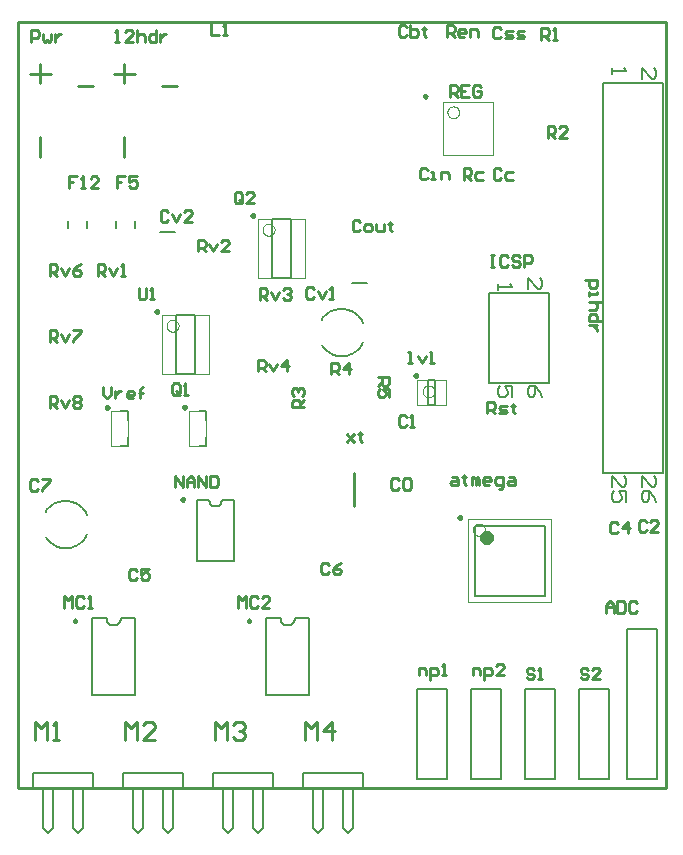
<source format=gto>
%FSTAX23Y23*%
%MOIN*%
%SFA1B1*%

%IPPOS*%
%ADD26C,0.007870*%
%ADD34C,0.010000*%
%ADD37C,0.003940*%
%ADD46C,0.009840*%
%ADD47C,0.023620*%
%ADD48C,0.008000*%
%LNrazbot_v02-1*%
%LPD*%
G54D26*
X00231Y00912D02*
D01*
X00229Y00917*
X00226Y00922*
X00223Y00926*
X00219Y00931*
X00216Y00935*
X00212Y00939*
X00207Y00942*
X00203Y00945*
X00198Y00948*
X00193Y00951*
X00188Y00953*
X00183Y00955*
X00178Y00956*
X00172Y00957*
X00167Y00958*
X00161Y00958*
X00156Y00958*
X0015Y00958*
X00145Y00957*
X0014Y00956*
X00134Y00954*
X00129Y00952*
X00124Y0095*
X00119Y00947*
X00115Y00944*
X0011Y00941*
X00106Y00937*
X00102Y00934*
X00099Y0093*
X00095Y00925*
X00093Y00922*
Y00837D02*
D01*
X00096Y00833*
X001Y00828*
X00103Y00824*
X00107Y00821*
X00112Y00817*
X00116Y00814*
X00121Y00811*
X00126Y00808*
X00131Y00806*
X00136Y00804*
X00141Y00803*
X00147Y00802*
X00152Y00801*
X00157Y00801*
X00163Y00801*
X00168Y00801*
X00174Y00802*
X00179Y00803*
X00184Y00805*
X0019Y00807*
X00195Y00809*
X00199Y00812*
X00204Y00815*
X00209Y00818*
X00213Y00821*
X00217Y00825*
X0022Y00829*
X00224Y00834*
X00227Y00838*
X00229Y00843*
X00231Y00847*
X00296Y00567D02*
D01*
X00296Y00566*
X00296Y00564*
X00296Y00563*
X00297Y00561*
X00297Y00559*
X00298Y00558*
X00299Y00556*
X00299Y00555*
X003Y00554*
X00301Y00552*
X00303Y00551*
X00304Y0055*
X00305Y00549*
X00306Y00548*
X00308Y00547*
X00309Y00546*
X00311Y00546*
X00312Y00545*
X00314Y00545*
X00315Y00544*
X00317Y00544*
X00319Y00544*
X0032*
X00322Y00544*
X00324Y00544*
X00325Y00545*
X00327Y00545*
X00328Y00546*
X0033Y00546*
X00331Y00547*
X00333Y00548*
X00334Y00549*
X00335Y0055*
X00336Y00551*
X00338Y00552*
X00339Y00554*
X0034Y00555*
X0034Y00556*
X00341Y00558*
X00342Y00559*
X00342Y00561*
X00343Y00563*
X00343Y00564*
X00343Y00566*
X00343Y00567*
X00639Y0096D02*
D01*
X00639Y00958*
X00639Y00957*
X0064Y00956*
X0064Y00954*
X0064Y00953*
X00641Y00952*
X00642Y0095*
X00642Y00949*
X00643Y00948*
X00644Y00947*
X00645Y00946*
X00646Y00945*
X00647Y00944*
X00648Y00943*
X00649Y00942*
X00651Y00942*
X00652Y00941*
X00653Y00941*
X00655Y0094*
X00656Y0094*
X00657Y0094*
X00659Y0094*
X0066*
X00662Y0094*
X00663Y0094*
X00664Y0094*
X00666Y00941*
X00667Y00941*
X00668Y00942*
X0067Y00942*
X00671Y00943*
X00672Y00944*
X00673Y00945*
X00674Y00946*
X00675Y00947*
X00676Y00948*
X00677Y00949*
X00677Y0095*
X00678Y00952*
X00679Y00953*
X00679Y00954*
X00679Y00956*
X0068Y00957*
X0068Y00958*
X0068Y0096*
X00876Y00567D02*
D01*
X00876Y00566*
X00876Y00564*
X00876Y00563*
X00877Y00561*
X00877Y00559*
X00878Y00558*
X00879Y00556*
X00879Y00555*
X0088Y00554*
X00881Y00552*
X00883Y00551*
X00884Y0055*
X00885Y00549*
X00886Y00548*
X00888Y00547*
X00889Y00546*
X00891Y00546*
X00892Y00545*
X00894Y00545*
X00895Y00544*
X00897Y00544*
X00899Y00544*
X009*
X00902Y00544*
X00904Y00544*
X00905Y00545*
X00907Y00545*
X00908Y00546*
X0091Y00546*
X00911Y00547*
X00913Y00548*
X00914Y00549*
X00915Y0055*
X00916Y00551*
X00918Y00552*
X00919Y00554*
X0092Y00555*
X0092Y00556*
X00921Y00558*
X00922Y00559*
X00922Y00561*
X00923Y00563*
X00923Y00564*
X00923Y00566*
X00923Y00567*
X01013Y01477D02*
D01*
X01016Y01473*
X0102Y01468*
X01023Y01464*
X01027Y01461*
X01032Y01457*
X01036Y01454*
X01041Y01451*
X01046Y01448*
X01051Y01446*
X01056Y01444*
X01061Y01443*
X01067Y01442*
X01072Y01441*
X01077Y01441*
X01083Y01441*
X01088Y01441*
X01094Y01442*
X01099Y01443*
X01104Y01445*
X0111Y01447*
X01115Y01449*
X01119Y01452*
X01124Y01455*
X01129Y01458*
X01133Y01461*
X01137Y01465*
X0114Y01469*
X01144Y01474*
X01147Y01478*
X01149Y01483*
X01151Y01487*
Y01552D02*
D01*
X01149Y01557*
X01146Y01562*
X01143Y01566*
X01139Y01571*
X01136Y01575*
X01132Y01579*
X01127Y01582*
X01123Y01585*
X01118Y01588*
X01113Y01591*
X01108Y01593*
X01103Y01595*
X01098Y01596*
X01092Y01597*
X01087Y01598*
X01081Y01598*
X01076Y01598*
X0107Y01598*
X01065Y01597*
X0106Y01596*
X01054Y01594*
X01049Y01592*
X01044Y0159*
X01039Y01587*
X01035Y01584*
X0103Y01581*
X01026Y01577*
X01022Y01574*
X01019Y0157*
X01015Y01565*
X01013Y01562*
X00367Y0114D02*
Y01172D01*
X0034Y0114D02*
X00367D01*
Y01227D02*
Y01259D01*
X0034D02*
X00367D01*
X0203Y0053D02*
X0213D01*
Y0003D02*
Y0053D01*
X0203Y0003D02*
Y0053D01*
Y0003D02*
X0213D01*
X00474Y01854D02*
X00525D01*
X00627Y0114D02*
Y01172D01*
X00603Y0114D02*
X00627D01*
Y01227D02*
Y01259D01*
X00603D02*
X00627D01*
X00848Y01701D02*
X00911D01*
X00848Y01898D02*
X00911D01*
Y01701D02*
Y01898D01*
X00848Y01701D02*
Y01898D01*
X00528Y01381D02*
X00591D01*
X00528Y01578D02*
X00591D01*
Y01381D02*
Y01578D01*
X00528Y01381D02*
Y01578D01*
X01368Y01278D02*
X01391D01*
X01368Y01361D02*
X01391D01*
Y01278D02*
Y01361D01*
X01368Y01278D02*
Y01361D01*
X01114Y01685D02*
X01165D01*
X00249Y00567D02*
X00296D01*
X00343D02*
X0039D01*
X00249Y00312D02*
X0039D01*
X00249D02*
Y00567D01*
X0039Y00312D02*
Y00567D01*
X00216Y-00133D02*
Y0D01*
X002Y-0015D02*
X00216Y-00133D01*
X00183D02*
X002Y-0015D01*
X00183Y-00133D02*
Y0D01*
X00116Y-00133D02*
Y0D01*
X001Y-0015D02*
X00116Y-00133D01*
X00083D02*
X001Y-0015D01*
X00083Y-00133D02*
Y0D01*
X0005Y0005D02*
X0025D01*
X0005Y0D02*
Y0005D01*
X0025Y0D02*
Y0005D01*
X0005Y0D02*
X0025D01*
X00516Y-00133D02*
Y0D01*
X005Y-0015D02*
X00516Y-00133D01*
X00483D02*
X005Y-0015D01*
X00483Y-00133D02*
Y0D01*
X00416Y-00133D02*
Y0D01*
X004Y-0015D02*
X00416Y-00133D01*
X00383D02*
X004Y-0015D01*
X00383Y-00133D02*
Y0D01*
X0035Y0005D02*
X0055D01*
X0035Y0D02*
Y0005D01*
X0055Y0D02*
Y0005D01*
X0035Y0D02*
X0055D01*
X00598Y0096D02*
X00639D01*
X0068D02*
X00721D01*
X00598Y00759D02*
X00721D01*
X00598D02*
Y0096D01*
X00721Y00759D02*
Y0096D01*
X00829Y00567D02*
X00876D01*
X00923D02*
X0097D01*
X00829Y00312D02*
X0097D01*
X00829D02*
Y00567D01*
X0097Y00312D02*
Y00567D01*
X00816Y-00133D02*
Y0D01*
X008Y-0015D02*
X00816Y-00133D01*
X00783D02*
X008Y-0015D01*
X00783Y-00133D02*
Y0D01*
X00716Y-00133D02*
Y0D01*
X007Y-0015D02*
X00716Y-00133D01*
X00683D02*
X007Y-0015D01*
X00683Y-00133D02*
Y0D01*
X0065Y0005D02*
X0085D01*
X0065Y0D02*
Y0005D01*
X0085Y0D02*
Y0005D01*
X0065Y0D02*
X0085D01*
X01116Y-00133D02*
Y0D01*
X011Y-0015D02*
X01116Y-00133D01*
X01083D02*
X011Y-0015D01*
X01083Y-00133D02*
Y0D01*
X01016Y-00133D02*
Y0D01*
X01Y-0015D02*
X01016Y-00133D01*
X00983D02*
X01Y-0015D01*
X00983Y-00133D02*
Y0D01*
X0095Y0005D02*
X0115D01*
X0095Y0D02*
Y0005D01*
X0115Y0D02*
Y0005D01*
X0095Y0D02*
X0115D01*
X0157Y0135D02*
X0177D01*
X0157Y0165D02*
X0177D01*
Y0135D02*
Y0165D01*
X0157Y0135D02*
Y0165D01*
Y0135D02*
Y01541D01*
X01523Y00643D02*
Y00876D01*
X01756Y00643D02*
Y00876D01*
X01523D02*
X01756D01*
X01523Y00643D02*
X01756D01*
X0151Y0003D02*
Y0033D01*
Y0003D02*
X0161D01*
Y0033*
X0151D02*
X0161D01*
X0187Y0003D02*
Y0033D01*
Y0003D02*
X0197D01*
Y0033*
X0187D02*
X0197D01*
X0169Y0003D02*
Y0033D01*
Y0003D02*
X0179D01*
Y0033*
X0169D02*
X0179D01*
X0133Y0003D02*
Y0033D01*
Y0003D02*
X0143D01*
Y0033*
X0133D02*
X0143D01*
X00328Y01868D02*
Y01891D01*
X00391Y01868D02*
Y01891D01*
X00231Y01868D02*
Y01891D01*
X00168Y01868D02*
Y01891D01*
X0195Y0105D02*
X0215D01*
X0195Y0235D02*
X0215D01*
Y0105D02*
Y0235D01*
X0195Y0105D02*
Y0235D01*
G54D34*
X0032Y0238D02*
X0039D01*
X0048Y0234D02*
X0053D01*
X00355Y0235D02*
Y02415D01*
Y02105D02*
Y0217D01*
X0004Y0238D02*
X0011D01*
X002Y0234D02*
X0025D01*
X00075Y0235D02*
Y02415D01*
Y02105D02*
Y0217D01*
X0112Y0095D02*
Y0105D01*
Y00942D02*
Y01042D01*
X00502Y01921D02*
X00495Y01928D01*
X00482*
X00476Y01921*
Y01895*
X00482Y01889*
X00495*
X00502Y01895*
X00515Y01915D02*
X00528Y01889D01*
X00541Y01915*
X0058Y01889D02*
X00554D01*
X0058Y01915*
Y01921*
X00574Y01928*
X00561*
X00554Y01921*
X00285Y01339D02*
Y01313D01*
X00298Y013*
X00311Y01313*
Y01339*
X00324Y01326D02*
Y013D01*
Y01313*
X0033Y01319*
X00337Y01326*
X00344*
X00383Y013D02*
X0037D01*
X00363Y01306*
Y01319*
X0037Y01326*
X00383*
X00389Y01319*
Y01313*
X00363*
X00409Y013D02*
Y01332D01*
Y01319*
X00403*
X00416*
X00409*
Y01332*
X00416Y01339*
X00403Y01669D02*
Y01636D01*
X00409Y0163*
X00422*
X00429Y01636*
Y01669*
X00442Y0163D02*
X00455D01*
X00448*
Y01669*
X00442Y01662*
X00106Y01269D02*
Y01308D01*
X00125*
X00132Y01301*
Y01288*
X00125Y01282*
X00106*
X00119D02*
X00132Y01269D01*
X00145Y01295D02*
X00158Y01269D01*
X00171Y01295*
X00184Y01301D02*
X00191Y01308D01*
X00204*
X0021Y01301*
Y01295*
X00204Y01288*
X0021Y01282*
Y01275*
X00204Y01269*
X00191*
X00184Y01275*
Y01282*
X00191Y01288*
X00184Y01295*
Y01301*
X00191Y01288D02*
X00204D01*
X00106Y01489D02*
Y01528D01*
X00125*
X00132Y01521*
Y01508*
X00125Y01502*
X00106*
X00119D02*
X00132Y01489D01*
X00145Y01515D02*
X00158Y01489D01*
X00171Y01515*
X00184Y01528D02*
X0021D01*
Y01521*
X00184Y01495*
Y01489*
X00106Y01709D02*
Y01748D01*
X00125*
X00132Y01741*
Y01728*
X00125Y01722*
X00106*
X00119D02*
X00132Y01709D01*
X00145Y01735D02*
X00158Y01709D01*
X00171Y01735*
X0021Y01748D02*
X00197Y01741D01*
X00184Y01728*
Y01715*
X00191Y01709*
X00204*
X0021Y01715*
Y01722*
X00204Y01728*
X00184*
X00749Y01956D02*
Y01982D01*
X00742Y01989*
X00729*
X00723Y01982*
Y01956*
X00729Y0195*
X00742*
X00736Y01963D02*
X00749Y0195D01*
X00742D02*
X00749Y01956D01*
X00788Y0195D02*
X00762D01*
X00788Y01976*
Y01982*
X00782Y01989*
X00768*
X00762Y01982*
X00045Y02489D02*
Y02528D01*
X00064*
X00071Y02521*
Y02508*
X00064Y02502*
X00045*
X00084Y02515D02*
Y02495D01*
X0009Y02489*
X00097Y02495*
X00104Y02489*
X0011Y02495*
Y02515*
X00123D02*
Y02489D01*
Y02502*
X0013Y02508*
X00136Y02515*
X00143*
X01301Y01417D02*
X01314D01*
X01307*
Y01456*
X01301*
X01333Y01443D02*
X01346Y01417D01*
X0136Y01443*
X01373Y01417D02*
X01386D01*
X01379*
Y01456*
X01373*
X0143Y02505D02*
Y02544D01*
X01449*
X01456Y02537*
Y02524*
X01449Y02518*
X0143*
X01443D02*
X01456Y02505D01*
X01489D02*
X01475D01*
X01469Y02511*
Y02524*
X01475Y02531*
X01489*
X01495Y02524*
Y02518*
X01469*
X01508Y02505D02*
Y02531D01*
X01528*
X01534Y02524*
Y02505*
X0144Y02305D02*
Y02344D01*
X01459*
X01466Y02337*
Y02324*
X01459Y02318*
X0144*
X01453D02*
X01466Y02305D01*
X01505Y02344D02*
X01479D01*
Y02305*
X01505*
X01479Y02324D02*
X01492D01*
X01544Y02337D02*
X01538Y02344D01*
X01525*
X01518Y02337*
Y02311*
X01525Y02305*
X01538*
X01544Y02311*
Y02324*
X01531*
X01486Y02029D02*
Y02068D01*
X01505*
X01512Y02061*
Y02048*
X01505Y02042*
X01486*
X01499D02*
X01512Y02029D01*
X01551Y02055D02*
X01531D01*
X01525Y02048*
Y02035*
X01531Y02029*
X01551*
X01766Y02169D02*
Y02208D01*
X01785*
X01792Y02201*
Y02188*
X01785Y02182*
X01766*
X01779D02*
X01792Y02169D01*
X01831D02*
X01805D01*
X01831Y02195*
Y02201*
X01825Y02208*
X01811*
X01805Y02201*
X01745Y02495D02*
Y02534D01*
X01764*
X01771Y02527*
Y02514*
X01764Y02508*
X01745*
X01758D02*
X01771Y02495D01*
X01784D02*
X01797D01*
X0179*
Y02534*
X01784Y02527*
X00524Y01004D02*
Y01043D01*
X0055Y01004*
Y01043*
X00563Y01004D02*
Y0103D01*
X00576Y01043*
X00589Y0103*
Y01004*
Y01023*
X00563*
X00602Y01004D02*
Y01043D01*
X00628Y01004*
Y01043*
X00642D02*
Y01004D01*
X00661*
X00668Y0101*
Y01036*
X00661Y01043*
X00642*
X00735Y00602D02*
Y00641D01*
X00748Y00628*
X00761Y00641*
Y00602*
X008Y00634D02*
X00794Y00641D01*
X0078*
X00774Y00634*
Y00608*
X0078Y00602*
X00794*
X008Y00608*
X00839Y00602D02*
X00813D01*
X00839Y00628*
Y00634*
X00833Y00641*
X0082*
X00813Y00634*
X00155Y00602D02*
Y00641D01*
X00168Y00628*
X00181Y00641*
Y00602*
X0022Y00634D02*
X00214Y00641D01*
X002*
X00194Y00634*
Y00608*
X002Y00602*
X00214*
X0022Y00608*
X00233Y00602D02*
X00246D01*
X0024*
Y00641*
X00233Y00634*
X00956Y00163D02*
Y00223D01*
X00976Y00203*
X00996Y00223*
Y00163*
X01046D02*
Y00223D01*
X01016Y00193*
X01056*
X00656Y00163D02*
Y00223D01*
X00676Y00203*
X00696Y00223*
Y00163*
X00716Y00213D02*
X00726Y00223D01*
X00746*
X00756Y00213*
Y00203*
X00746Y00193*
X00736*
X00746*
X00756Y00183*
Y00173*
X00746Y00163*
X00726*
X00716Y00173*
X00356Y00163D02*
Y00223D01*
X00376Y00203*
X00396Y00223*
Y00163*
X00456D02*
X00416D01*
X00456Y00203*
Y00213*
X00446Y00223*
X00426*
X00416Y00213*
X00056Y00163D02*
Y00223D01*
X00076Y00203*
X00096Y00223*
Y00163*
X00116D02*
X00136D01*
X00126*
Y00223*
X00116Y00213*
X00645Y02549D02*
Y0251D01*
X00671*
X00684D02*
X00697D01*
X0069*
Y02549*
X00684Y02542*
X01611Y02532D02*
X01604Y02539D01*
X01591*
X01585Y02532*
Y02506*
X01591Y025*
X01604*
X01611Y02506*
X01624Y025D02*
X01644D01*
X0165Y02506*
X01644Y02513*
X0163*
X01624Y02519*
X0163Y02526*
X0165*
X01663Y025D02*
X01683D01*
X01689Y02506*
X01683Y02513*
X0167*
X01663Y02519*
X0167Y02526*
X01689*
X01142Y01889D02*
X01135Y01896D01*
X01122*
X01116Y01889*
Y01863*
X01122Y01857*
X01135*
X01142Y01863*
X01161Y01857D02*
X01175D01*
X01181Y01863*
Y01876*
X01175Y01883*
X01161*
X01155Y01876*
Y01863*
X01161Y01857*
X01194Y01883D02*
Y01863D01*
X01201Y01857*
X0122*
Y01883*
X0124Y01889D02*
Y01883D01*
X01234*
X01247*
X0124*
Y01863*
X01247Y01857*
X01366Y02062D02*
X01359Y02069D01*
X01346*
X0134Y02062*
Y02036*
X01346Y0203*
X01359*
X01366Y02036*
X01379Y0203D02*
X01392D01*
X01385*
Y02056*
X01379*
X01412Y0203D02*
Y02056D01*
X01431*
X01438Y02049*
Y0203*
X01612Y02061D02*
X01605Y02068D01*
X01592*
X01586Y02061*
Y02035*
X01592Y02029*
X01605*
X01612Y02035*
X01651Y02055D02*
X01631D01*
X01625Y02048*
Y02035*
X01631Y02029*
X01651*
X01296Y02537D02*
X01289Y02544D01*
X01276*
X0127Y02537*
Y02511*
X01276Y02505*
X01289*
X01296Y02511*
X01309Y02544D02*
Y02505D01*
X01329*
X01335Y02511*
Y02518*
Y02524*
X01329Y02531*
X01309*
X01355Y02537D02*
Y02531D01*
X01348*
X01361*
X01355*
Y02511*
X01361Y02505*
X00067Y01025D02*
X0006Y01032D01*
X00047*
X00041Y01025*
Y00999*
X00047Y00993*
X0006*
X00067Y00999*
X0008Y01032D02*
X00106D01*
Y01025*
X0008Y00999*
Y00993*
X01037Y00746D02*
X0103Y00753D01*
X01017*
X01011Y00746*
Y0072*
X01017Y00714*
X0103*
X01037Y0072*
X01076Y00753D02*
X01063Y00746D01*
X0105Y00733*
Y0072*
X01056Y00714*
X0107*
X01076Y0072*
Y00727*
X0107Y00733*
X0105*
X00397Y00726D02*
X0039Y00733D01*
X00377*
X00371Y00726*
Y007*
X00377Y00694*
X0039*
X00397Y007*
X00436Y00733D02*
X0041D01*
Y00713*
X00423Y0072*
X0043*
X00436Y00713*
Y007*
X0043Y00694*
X00416*
X0041Y007*
X01096Y01182D02*
X01122Y01156D01*
X01109Y01169*
X01122Y01182*
X01096Y01156*
X01141Y01188D02*
Y01182D01*
X01135*
X01148*
X01141*
Y01162*
X01148Y01156*
X01902Y00396D02*
X01895Y00403D01*
X01882*
X01876Y00396*
Y0039*
X01882Y00383*
X01895*
X01902Y00377*
Y0037*
X01895Y00364*
X01882*
X01876Y0037*
X01941Y00364D02*
X01915D01*
X01941Y0039*
Y00396*
X01935Y00403*
X01921*
X01915Y00396*
X01722D02*
X01715Y00403D01*
X01702*
X01696Y00396*
Y0039*
X01702Y00383*
X01715*
X01722Y00377*
Y0037*
X01715Y00364*
X01702*
X01696Y0037*
X01735Y00364D02*
X01748D01*
X01741*
Y00403*
X01735Y00396*
X01565Y0125D02*
Y01289D01*
X01584*
X01591Y01282*
Y01269*
X01584Y01263*
X01565*
X01578D02*
X01591Y0125D01*
X01604D02*
X01624D01*
X0163Y01256*
X01624Y01263*
X0161*
X01604Y01269*
X0161Y01276*
X0163*
X0165Y01282D02*
Y01276D01*
X01643*
X01656*
X0165*
Y01256*
X01656Y0125*
X01045Y0138D02*
Y01419D01*
X01064*
X01071Y01412*
Y01399*
X01064Y01393*
X01045*
X01058D02*
X01071Y0138D01*
X01104D02*
Y01419D01*
X01084Y01399*
X0111*
X00955Y0127D02*
X00915D01*
Y01289*
X00922Y01296*
X00935*
X00941Y01289*
Y0127*
Y01283D02*
X00955Y01296D01*
X00922Y01309D02*
X00915Y01315D01*
Y01329*
X00922Y01335*
X00928*
X00935Y01329*
Y01322*
Y01329*
X00941Y01335*
X00948*
X00955Y01329*
Y01315*
X00948Y01309*
X01516Y00377D02*
Y00403D01*
X01535*
X01542Y00396*
Y00377*
X01555Y00363D02*
Y00403D01*
X01575*
X01581Y00396*
Y00383*
X01575Y00377*
X01555*
X0162D02*
X01594D01*
X0162Y00403*
Y00409*
X01614Y00416*
X01601*
X01594Y00409*
X01336Y00377D02*
Y00403D01*
X01355*
X01362Y00396*
Y00377*
X01375Y00363D02*
Y00403D01*
X01395*
X01401Y00396*
Y00383*
X01395Y00377*
X01375*
X01414D02*
X01427D01*
X01421*
Y00416*
X01414Y00409*
X01576Y01777D02*
X01589D01*
X01582*
Y01738*
X01576*
X01589*
X01635Y0177D02*
X01628Y01777D01*
X01615*
X01608Y0177*
Y01744*
X01615Y01738*
X01628*
X01635Y01744*
X01674Y0177D02*
X01667Y01777D01*
X01654*
X01648Y0177*
Y01764*
X01654Y01757*
X01667*
X01674Y01751*
Y01744*
X01667Y01738*
X01654*
X01648Y01744*
X01687Y01738D02*
Y01777D01*
X01707*
X01713Y0177*
Y01757*
X01707Y01751*
X01687*
X00357Y0204D02*
X00331D01*
Y0202*
X00344*
X00331*
Y02001*
X00396Y0204D02*
X0037D01*
Y0202*
X00383Y02027*
X0039*
X00396Y0202*
Y02007*
X0039Y02001*
X00376*
X0037Y02007*
X02001Y00882D02*
X01994Y00889D01*
X01981*
X01975Y00882*
Y00856*
X01981Y0085*
X01994*
X02001Y00856*
X02034Y0085D02*
Y00889D01*
X02014Y00869*
X0204*
X02096Y00887D02*
X02089Y00894D01*
X02076*
X0207Y00887*
Y00861*
X02076Y00855*
X02089*
X02096Y00861*
X02135Y00855D02*
X02109D01*
X02135Y00881*
Y00887*
X02129Y00894*
X02115*
X02109Y00887*
X01296Y01237D02*
X01289Y01244D01*
X01276*
X0127Y01237*
Y01211*
X01276Y01205*
X01289*
X01296Y01211*
X01309Y01205D02*
X01322D01*
X01315*
Y01244*
X01309Y01237*
X01271Y01027D02*
X01264Y01034D01*
X01251*
X01245Y01027*
Y01001*
X01251Y00995*
X01264*
X01271Y01001*
X01284Y01027D02*
X0129Y01034D01*
X01304*
X0131Y01027*
Y01001*
X01304Y00995*
X0129*
X01284Y01001*
Y01027*
X01447Y01038D02*
X0146D01*
X01467Y01031*
Y01012*
X01447*
X01441Y01018*
X01447Y01025*
X01467*
X01486Y01044D02*
Y01038D01*
X0148*
X01493*
X01486*
Y01018*
X01493Y01012*
X01513D02*
Y01038D01*
X01519*
X01526Y01031*
Y01012*
Y01031*
X01532Y01038*
X01539Y01031*
Y01012*
X01572D02*
X01559D01*
X01552Y01018*
Y01031*
X01559Y01038*
X01572*
X01578Y01031*
Y01025*
X01552*
X01604Y00998D02*
X01611D01*
X01618Y01005*
Y01038*
X01598*
X01591Y01031*
Y01018*
X01598Y01012*
X01618*
X01637Y01038D02*
X0165D01*
X01657Y01031*
Y01012*
X01637*
X01631Y01018*
X01637Y01025*
X01657*
X0196Y00585D02*
Y00611D01*
X01973Y00624*
X01986Y00611*
Y00585*
Y00604*
X0196*
X01999Y00624D02*
Y00585D01*
X02019*
X02025Y00591*
Y00617*
X02019Y00624*
X01999*
X02064Y00617D02*
X02058Y00624D01*
X02045*
X02038Y00617*
Y00591*
X02045Y00585*
X02058*
X02064Y00591*
X00325Y02489D02*
X00338D01*
X00331*
Y02528*
X00325Y02521*
X00384Y02489D02*
X00357D01*
X00384Y02515*
Y02521*
X00377Y02528*
X00364*
X00357Y02521*
X00397Y02528D02*
Y02489D01*
Y02508*
X00403Y02515*
X00416*
X00423Y02508*
Y02489*
X00462Y02528D02*
Y02489D01*
X00443*
X00436Y02495*
Y02508*
X00443Y02515*
X00462*
X00475D02*
Y02489D01*
Y02502*
X00482Y02508*
X00488Y02515*
X00495*
X00987Y01665D02*
X0098Y01672D01*
X00967*
X00961Y01665*
Y01639*
X00967Y01633*
X0098*
X00987Y01639*
X01Y01659D02*
X01013Y01633D01*
X01026Y01659*
X01039Y01633D02*
X01052D01*
X01046*
Y01672*
X01039Y01665*
X00197Y0204D02*
X00171D01*
Y0202*
X00184*
X00171*
Y02001*
X0021D02*
X00223D01*
X00216*
Y0204*
X0021Y02033*
X00269Y02001D02*
X00243D01*
X00269Y02027*
Y02033*
X00262Y0204*
X00249*
X00243Y02033*
X0054Y01317D02*
Y01343D01*
X00533Y0135*
X0052*
X00514Y01343*
Y01317*
X0052Y01311*
X00533*
X00527Y01324D02*
X0054Y01311D01*
X00533D02*
X0054Y01317D01*
X00553Y01311D02*
X00566D01*
X00559*
Y0135*
X00553Y01343*
X00266Y01709D02*
Y01748D01*
X00285*
X00292Y01741*
Y01728*
X00285Y01722*
X00266*
X00279D02*
X00292Y01709D01*
X00305Y01735D02*
X00318Y01709D01*
X00331Y01735*
X00344Y01709D02*
X00357D01*
X00351*
Y01748*
X00344Y01741*
X006Y0179D02*
Y01829D01*
X00619*
X00626Y01822*
Y01809*
X00619Y01803*
X006*
X00613D02*
X00626Y0179D01*
X00639Y01816D02*
X00652Y0179D01*
X00665Y01816*
X00704Y0179D02*
X00678D01*
X00704Y01816*
Y01822*
X00698Y01829*
X00685*
X00678Y01822*
X00806Y01629D02*
Y01668D01*
X00825*
X00832Y01661*
Y01648*
X00825Y01642*
X00806*
X00819D02*
X00832Y01629D01*
X00845Y01655D02*
X00858Y01629D01*
X00871Y01655*
X00884Y01661D02*
X00891Y01668D01*
X00904*
X0091Y01661*
Y01655*
X00904Y01648*
X00897*
X00904*
X0091Y01642*
Y01635*
X00904Y01629*
X00891*
X00884Y01635*
X008Y0139D02*
Y01429D01*
X00819*
X00826Y01422*
Y01409*
X00819Y01403*
X008*
X00813D02*
X00826Y0139D01*
X00839Y01416D02*
X00852Y0139D01*
X00865Y01416*
X00898Y0139D02*
Y01429D01*
X00878Y01409*
X00904*
X012Y0137D02*
X01239D01*
Y0135*
X01232Y01343*
X01219*
X01213Y0135*
Y0137*
Y01356D02*
X012Y01343D01*
X01239Y01304D02*
Y0133D01*
X01219*
X01226Y01317*
Y0131*
X01219Y01304*
X01206*
X012Y0131*
Y01324*
X01206Y0133*
X01891Y01695D02*
X01931D01*
Y01675*
X01924Y01668*
X01911*
X01905Y01675*
Y01695*
Y01655D02*
Y01642D01*
Y01649*
X01931*
Y01655*
X01944Y01622D02*
X01905D01*
X01924*
X01931Y01616*
Y01603*
X01924Y01596*
X01905*
X01944Y01557D02*
X01905D01*
Y01576*
X01911Y01583*
X01924*
X01931Y01576*
Y01557*
Y01544D02*
X01905D01*
X01918*
X01924Y01537*
X01931Y01531*
Y01524*
X0Y0D02*
Y02555D01*
X0216*
Y0D02*
Y02555D01*
X0Y0D02*
X0216D01*
G54D37*
X01472Y02254D02*
D01*
X01472Y02255*
X01471Y02257*
X01471Y02258*
X01471Y02259*
X0147Y02261*
X0147Y02262*
X01469Y02263*
X01469Y02264*
X01468Y02266*
X01467Y02267*
X01466Y02268*
X01465Y02269*
X01464Y0227*
X01463Y0227*
X01462Y02271*
X0146Y02272*
X01459Y02272*
X01458Y02273*
X01457Y02273*
X01455Y02273*
X01454Y02274*
X01453Y02274*
X01451*
X0145Y02274*
X01448Y02273*
X01447Y02273*
X01446Y02273*
X01444Y02272*
X01443Y02272*
X01442Y02271*
X01441Y0227*
X0144Y0227*
X01439Y02269*
X01438Y02268*
X01437Y02267*
X01436Y02266*
X01435Y02264*
X01434Y02263*
X01434Y02262*
X01433Y02261*
X01433Y02259*
X01433Y02258*
X01432Y02257*
X01432Y02255*
X01432Y02254*
X01432Y02253*
X01432Y02251*
X01433Y0225*
X01433Y02249*
X01433Y02247*
X01434Y02246*
X01434Y02245*
X01435Y02244*
X01436Y02242*
X01437Y02241*
X01438Y0224*
X01439Y02239*
X0144Y02239*
X01441Y02238*
X01442Y02237*
X01443Y02236*
X01444Y02236*
X01446Y02235*
X01447Y02235*
X01448Y02235*
X0145Y02234*
X01451Y02234*
X01453*
X01454Y02234*
X01455Y02235*
X01457Y02235*
X01458Y02235*
X01459Y02236*
X0146Y02236*
X01462Y02237*
X01463Y02238*
X01464Y02239*
X01465Y02239*
X01466Y0224*
X01467Y02241*
X01468Y02242*
X01469Y02244*
X01469Y02245*
X0147Y02246*
X0147Y02247*
X01471Y02249*
X01471Y0225*
X01471Y02251*
X01472Y02253*
X01472Y02254*
X00856Y01862D02*
D01*
X00856Y01864*
X00856Y01865*
X00855Y01867*
X00855Y01868*
X00855Y01869*
X00854Y0187*
X00854Y01872*
X00853Y01873*
X00852Y01874*
X00851Y01875*
X0085Y01876*
X00849Y01877*
X00848Y01878*
X00847Y01879*
X00846Y0188*
X00845Y0188*
X00844Y01881*
X00842Y01881*
X00841Y01882*
X0084Y01882*
X00838Y01882*
X00837Y01882*
X00836*
X00834Y01882*
X00833Y01882*
X00831Y01882*
X0083Y01881*
X00829Y01881*
X00828Y0188*
X00826Y0188*
X00825Y01879*
X00824Y01878*
X00823Y01877*
X00822Y01876*
X00821Y01875*
X0082Y01874*
X00819Y01873*
X00819Y01872*
X00818Y0187*
X00818Y01869*
X00817Y01868*
X00817Y01867*
X00817Y01865*
X00817Y01864*
X00817Y01862*
X00817Y01861*
X00817Y0186*
X00817Y01858*
X00817Y01857*
X00818Y01856*
X00818Y01854*
X00819Y01853*
X00819Y01852*
X0082Y01851*
X00821Y0185*
X00822Y01849*
X00823Y01848*
X00824Y01847*
X00825Y01846*
X00826Y01845*
X00828Y01845*
X00829Y01844*
X0083Y01844*
X00831Y01843*
X00833Y01843*
X00834Y01843*
X00836Y01843*
X00837*
X00838Y01843*
X0084Y01843*
X00841Y01843*
X00842Y01844*
X00844Y01844*
X00845Y01845*
X00846Y01845*
X00847Y01846*
X00848Y01847*
X00849Y01848*
X0085Y01849*
X00851Y0185*
X00852Y01851*
X00853Y01852*
X00854Y01853*
X00854Y01854*
X00855Y01856*
X00855Y01857*
X00855Y01858*
X00856Y0186*
X00856Y01861*
X00856Y01862*
X00536Y01542D02*
D01*
X00536Y01544*
X00536Y01545*
X00535Y01547*
X00535Y01548*
X00535Y01549*
X00534Y0155*
X00534Y01552*
X00533Y01553*
X00532Y01554*
X00531Y01555*
X0053Y01556*
X00529Y01557*
X00528Y01558*
X00527Y01559*
X00526Y0156*
X00525Y0156*
X00524Y01561*
X00522Y01561*
X00521Y01562*
X0052Y01562*
X00518Y01562*
X00517Y01562*
X00516*
X00514Y01562*
X00513Y01562*
X00511Y01562*
X0051Y01561*
X00509Y01561*
X00508Y0156*
X00506Y0156*
X00505Y01559*
X00504Y01558*
X00503Y01557*
X00502Y01556*
X00501Y01555*
X005Y01554*
X00499Y01553*
X00499Y01552*
X00498Y0155*
X00498Y01549*
X00497Y01548*
X00497Y01547*
X00497Y01545*
X00497Y01544*
X00497Y01542*
X00497Y01541*
X00497Y0154*
X00497Y01538*
X00497Y01537*
X00498Y01536*
X00498Y01534*
X00499Y01533*
X00499Y01532*
X005Y01531*
X00501Y0153*
X00502Y01529*
X00503Y01528*
X00504Y01527*
X00505Y01526*
X00506Y01525*
X00508Y01525*
X00509Y01524*
X0051Y01524*
X00511Y01523*
X00513Y01523*
X00514Y01523*
X00516Y01523*
X00517*
X00518Y01523*
X0052Y01523*
X00521Y01523*
X00522Y01524*
X00524Y01524*
X00525Y01525*
X00526Y01525*
X00527Y01526*
X00528Y01527*
X00529Y01528*
X0053Y01529*
X00531Y0153*
X00532Y01531*
X00533Y01532*
X00534Y01533*
X00534Y01534*
X00535Y01536*
X00535Y01537*
X00535Y01538*
X00536Y0154*
X00536Y01541*
X00536Y01542*
X01389Y01323D02*
D01*
X01389Y01325*
X01389Y01326*
X01389Y01328*
X01389Y01329*
X01388Y0133*
X01388Y01331*
X01387Y01333*
X01386Y01334*
X01386Y01335*
X01385Y01336*
X01384Y01337*
X01383Y01338*
X01382Y01339*
X01381Y0134*
X01379Y0134*
X01378Y01341*
X01377Y01342*
X01376Y01342*
X01374Y01343*
X01373Y01343*
X01372Y01343*
X0137Y01343*
X01369*
X01368Y01343*
X01366Y01343*
X01365Y01343*
X01364Y01342*
X01362Y01342*
X01361Y01341*
X0136Y0134*
X01359Y0134*
X01358Y01339*
X01356Y01338*
X01355Y01337*
X01355Y01336*
X01354Y01335*
X01353Y01334*
X01352Y01333*
X01352Y01331*
X01351Y0133*
X01351Y01329*
X0135Y01328*
X0135Y01326*
X0135Y01325*
X0135Y01323*
X0135Y01322*
X0135Y01321*
X0135Y01319*
X01351Y01318*
X01351Y01317*
X01352Y01315*
X01352Y01314*
X01353Y01313*
X01354Y01312*
X01355Y01311*
X01355Y0131*
X01356Y01309*
X01358Y01308*
X01359Y01307*
X0136Y01306*
X01361Y01306*
X01362Y01305*
X01364Y01305*
X01365Y01304*
X01366Y01304*
X01368Y01304*
X01369Y01304*
X0137*
X01372Y01304*
X01373Y01304*
X01374Y01304*
X01376Y01305*
X01377Y01305*
X01378Y01306*
X01379Y01306*
X01381Y01307*
X01382Y01308*
X01383Y01309*
X01384Y0131*
X01385Y01311*
X01386Y01312*
X01386Y01313*
X01387Y01314*
X01388Y01315*
X01388Y01317*
X01389Y01318*
X01389Y01319*
X01389Y01321*
X01389Y01322*
X01389Y01323*
X01557Y00862D02*
D01*
X01557Y00863*
X01557Y00865*
X01556Y00866*
X01556Y00867*
X01556Y00869*
X01555Y0087*
X01555Y00871*
X01554Y00872*
X01553Y00873*
X01552Y00875*
X01551Y00876*
X0155Y00876*
X01549Y00877*
X01548Y00878*
X01547Y00879*
X01546Y0088*
X01545Y0088*
X01543Y00881*
X01542Y00881*
X01541Y00881*
X01539Y00881*
X01538Y00882*
X01536*
X01535Y00881*
X01534Y00881*
X01532Y00881*
X01531Y00881*
X0153Y0088*
X01528Y0088*
X01527Y00879*
X01526Y00878*
X01525Y00877*
X01524Y00876*
X01523Y00876*
X01522Y00875*
X01521Y00873*
X0152Y00872*
X0152Y00871*
X01519Y0087*
X01519Y00869*
X01518Y00867*
X01518Y00866*
X01518Y00865*
X01517Y00863*
X01517Y00862*
X01517Y0086*
X01518Y00859*
X01518Y00858*
X01518Y00856*
X01519Y00855*
X01519Y00854*
X0152Y00853*
X0152Y00851*
X01521Y0085*
X01522Y00849*
X01523Y00848*
X01524Y00847*
X01525Y00846*
X01526Y00846*
X01527Y00845*
X01528Y00844*
X0153Y00844*
X01531Y00843*
X01532Y00843*
X01534Y00842*
X01535Y00842*
X01536Y00842*
X01538*
X01539Y00842*
X01541Y00842*
X01542Y00843*
X01543Y00843*
X01545Y00844*
X01546Y00844*
X01547Y00845*
X01548Y00846*
X01549Y00846*
X0155Y00847*
X01551Y00848*
X01552Y00849*
X01553Y0085*
X01554Y00851*
X01555Y00853*
X01555Y00854*
X01556Y00855*
X01556Y00856*
X01556Y00858*
X01557Y00859*
X01557Y0086*
X01557Y00862*
X00312Y0114D02*
X00367D01*
X00312Y01259D02*
X00367D01*
Y0114D02*
Y01259D01*
X00312Y0114D02*
Y01259D01*
X01416Y0211D02*
Y02289D01*
X01583Y0211D02*
Y02289D01*
X01416D02*
X01583D01*
X01416Y0211D02*
X01583D01*
X00572Y0114D02*
X00627D01*
X00572Y01259D02*
X00627D01*
Y0114D02*
Y01259D01*
X00572Y0114D02*
Y01259D01*
X00801Y01701D02*
X00958D01*
X00801Y01898D02*
X00958D01*
Y01701D02*
Y01898D01*
X00801Y01701D02*
Y01898D01*
X00481Y01381D02*
X00638D01*
X00481Y01578D02*
X00638D01*
Y01381D02*
Y01578D01*
X00481Y01381D02*
Y01578D01*
X01332Y01278D02*
X01427D01*
X01332Y01361D02*
X01427D01*
Y01278D02*
Y01361D01*
X01332Y01278D02*
Y01361D01*
X01502Y00622D02*
Y00897D01*
X01777Y00622D02*
Y00897D01*
X01502D02*
X01777D01*
X01502Y00622D02*
X01777D01*
G54D46*
X00303Y0127D02*
D01*
X00303Y01271*
X00303Y01271*
X00303Y01271*
X00303Y01272*
X00303Y01272*
X00303Y01272*
X00303Y01273*
X00302Y01273*
X00302Y01273*
X00302Y01274*
X00302Y01274*
X00301Y01274*
X00301Y01274*
X00301Y01274*
X00301Y01275*
X003Y01275*
X003Y01275*
X003Y01275*
X00299Y01275*
X00299Y01275*
X00299Y01275*
X00298Y01275*
X00298*
X00298Y01275*
X00297Y01275*
X00297Y01275*
X00297Y01275*
X00296Y01275*
X00296Y01275*
X00296Y01275*
X00295Y01274*
X00295Y01274*
X00295Y01274*
X00295Y01274*
X00294Y01274*
X00294Y01273*
X00294Y01273*
X00294Y01273*
X00294Y01272*
X00294Y01272*
X00293Y01272*
X00293Y01271*
X00293Y01271*
X00293Y01271*
X00293Y0127*
X00293Y0127*
X00293Y0127*
X00293Y01269*
X00293Y01269*
X00294Y01269*
X00294Y01268*
X00294Y01268*
X00294Y01268*
X00294Y01267*
X00294Y01267*
X00295Y01267*
X00295Y01267*
X00295Y01266*
X00295Y01266*
X00296Y01266*
X00296Y01266*
X00296Y01266*
X00297Y01266*
X00297Y01266*
X00297Y01266*
X00298Y01265*
X00298Y01265*
X00298*
X00299Y01265*
X00299Y01266*
X00299Y01266*
X003Y01266*
X003Y01266*
X003Y01266*
X00301Y01266*
X00301Y01266*
X00301Y01266*
X00301Y01267*
X00302Y01267*
X00302Y01267*
X00302Y01267*
X00302Y01268*
X00303Y01268*
X00303Y01268*
X00303Y01269*
X00303Y01269*
X00303Y01269*
X00303Y0127*
X00303Y0127*
X00303Y0127*
X01363Y02308D02*
D01*
X01363Y02308*
X01363Y02309*
X01363Y02309*
X01362Y02309*
X01362Y0231*
X01362Y0231*
X01362Y0231*
X01362Y02311*
X01362Y02311*
X01362Y02311*
X01361Y02311*
X01361Y02312*
X01361Y02312*
X01361Y02312*
X0136Y02312*
X0136Y02312*
X0136Y02313*
X01359Y02313*
X01359Y02313*
X01359Y02313*
X01358Y02313*
X01358Y02313*
X01358*
X01357Y02313*
X01357Y02313*
X01357Y02313*
X01356Y02313*
X01356Y02313*
X01356Y02312*
X01355Y02312*
X01355Y02312*
X01355Y02312*
X01354Y02312*
X01354Y02311*
X01354Y02311*
X01354Y02311*
X01354Y02311*
X01353Y0231*
X01353Y0231*
X01353Y0231*
X01353Y02309*
X01353Y02309*
X01353Y02309*
X01353Y02308*
X01353Y02308*
X01353Y02308*
X01353Y02307*
X01353Y02307*
X01353Y02307*
X01353Y02306*
X01353Y02306*
X01353Y02306*
X01354Y02305*
X01354Y02305*
X01354Y02305*
X01354Y02305*
X01354Y02304*
X01355Y02304*
X01355Y02304*
X01355Y02304*
X01356Y02304*
X01356Y02303*
X01356Y02303*
X01357Y02303*
X01357Y02303*
X01357Y02303*
X01358Y02303*
X01358*
X01358Y02303*
X01359Y02303*
X01359Y02303*
X01359Y02303*
X0136Y02303*
X0136Y02304*
X0136Y02304*
X01361Y02304*
X01361Y02304*
X01361Y02304*
X01361Y02305*
X01362Y02305*
X01362Y02305*
X01362Y02305*
X01362Y02306*
X01362Y02306*
X01362Y02306*
X01362Y02307*
X01363Y02307*
X01363Y02307*
X01363Y02308*
X01363Y02308*
X00561Y0127D02*
D01*
X00561Y01271*
X00561Y01271*
X00561Y01271*
X00561Y01272*
X00561Y01272*
X00561Y01272*
X00561Y01273*
X0056Y01273*
X0056Y01273*
X0056Y01274*
X0056Y01274*
X00559Y01274*
X00559Y01274*
X00559Y01274*
X00559Y01275*
X00558Y01275*
X00558Y01275*
X00558Y01275*
X00557Y01275*
X00557Y01275*
X00557Y01275*
X00556Y01275*
X00556*
X00556Y01275*
X00555Y01275*
X00555Y01275*
X00555Y01275*
X00554Y01275*
X00554Y01275*
X00554Y01275*
X00553Y01274*
X00553Y01274*
X00553Y01274*
X00553Y01274*
X00552Y01274*
X00552Y01273*
X00552Y01273*
X00552Y01273*
X00552Y01272*
X00552Y01272*
X00551Y01272*
X00551Y01271*
X00551Y01271*
X00551Y01271*
X00551Y0127*
X00551Y0127*
X00551Y0127*
X00551Y01269*
X00551Y01269*
X00552Y01269*
X00552Y01268*
X00552Y01268*
X00552Y01268*
X00552Y01267*
X00552Y01267*
X00553Y01267*
X00553Y01267*
X00553Y01266*
X00553Y01266*
X00554Y01266*
X00554Y01266*
X00554Y01266*
X00555Y01266*
X00555Y01266*
X00555Y01266*
X00556Y01265*
X00556Y01265*
X00556*
X00557Y01265*
X00557Y01266*
X00557Y01266*
X00558Y01266*
X00558Y01266*
X00558Y01266*
X00559Y01266*
X00559Y01266*
X00559Y01266*
X00559Y01267*
X0056Y01267*
X0056Y01267*
X0056Y01267*
X0056Y01268*
X00561Y01268*
X00561Y01268*
X00561Y01269*
X00561Y01269*
X00561Y01269*
X00561Y0127*
X00561Y0127*
X00561Y0127*
X00788Y0191D02*
D01*
X00788Y0191*
X00788Y01911*
X00788Y01911*
X00788Y01911*
X00788Y01912*
X00788Y01912*
X00787Y01912*
X00787Y01913*
X00787Y01913*
X00787Y01913*
X00787Y01913*
X00786Y01914*
X00786Y01914*
X00786Y01914*
X00786Y01914*
X00785Y01914*
X00785Y01914*
X00785Y01915*
X00784Y01915*
X00784Y01915*
X00784Y01915*
X00783Y01915*
X00783*
X00783Y01915*
X00782Y01915*
X00782Y01915*
X00782Y01915*
X00781Y01914*
X00781Y01914*
X00781Y01914*
X0078Y01914*
X0078Y01914*
X0078Y01914*
X0078Y01913*
X00779Y01913*
X00779Y01913*
X00779Y01913*
X00779Y01912*
X00779Y01912*
X00778Y01912*
X00778Y01911*
X00778Y01911*
X00778Y01911*
X00778Y0191*
X00778Y0191*
X00778Y0191*
X00778Y01909*
X00778Y01909*
X00778Y01909*
X00778Y01908*
X00779Y01908*
X00779Y01908*
X00779Y01907*
X00779Y01907*
X00779Y01907*
X0078Y01907*
X0078Y01906*
X0078Y01906*
X0078Y01906*
X00781Y01906*
X00781Y01906*
X00781Y01905*
X00782Y01905*
X00782Y01905*
X00782Y01905*
X00783Y01905*
X00783Y01905*
X00783*
X00784Y01905*
X00784Y01905*
X00784Y01905*
X00785Y01905*
X00785Y01905*
X00785Y01906*
X00786Y01906*
X00786Y01906*
X00786Y01906*
X00786Y01906*
X00787Y01907*
X00787Y01907*
X00787Y01907*
X00787Y01907*
X00787Y01908*
X00788Y01908*
X00788Y01908*
X00788Y01909*
X00788Y01909*
X00788Y01909*
X00788Y0191*
X00788Y0191*
X00468Y0159D02*
D01*
X00468Y0159*
X00468Y01591*
X00468Y01591*
X00468Y01591*
X00468Y01592*
X00468Y01592*
X00467Y01592*
X00467Y01593*
X00467Y01593*
X00467Y01593*
X00467Y01593*
X00466Y01594*
X00466Y01594*
X00466Y01594*
X00466Y01594*
X00465Y01594*
X00465Y01594*
X00465Y01595*
X00464Y01595*
X00464Y01595*
X00464Y01595*
X00463Y01595*
X00463*
X00463Y01595*
X00462Y01595*
X00462Y01595*
X00462Y01595*
X00461Y01594*
X00461Y01594*
X00461Y01594*
X0046Y01594*
X0046Y01594*
X0046Y01594*
X0046Y01593*
X00459Y01593*
X00459Y01593*
X00459Y01593*
X00459Y01592*
X00459Y01592*
X00458Y01592*
X00458Y01591*
X00458Y01591*
X00458Y01591*
X00458Y0159*
X00458Y0159*
X00458Y0159*
X00458Y01589*
X00458Y01589*
X00458Y01589*
X00458Y01588*
X00459Y01588*
X00459Y01588*
X00459Y01587*
X00459Y01587*
X00459Y01587*
X0046Y01587*
X0046Y01586*
X0046Y01586*
X0046Y01586*
X00461Y01586*
X00461Y01586*
X00461Y01585*
X00462Y01585*
X00462Y01585*
X00462Y01585*
X00463Y01585*
X00463Y01585*
X00463*
X00464Y01585*
X00464Y01585*
X00464Y01585*
X00465Y01585*
X00465Y01585*
X00465Y01586*
X00466Y01586*
X00466Y01586*
X00466Y01586*
X00466Y01586*
X00467Y01587*
X00467Y01587*
X00467Y01587*
X00467Y01587*
X00467Y01588*
X00468Y01588*
X00468Y01588*
X00468Y01589*
X00468Y01589*
X00468Y01589*
X00468Y0159*
X00468Y0159*
X01332Y01377D02*
D01*
X01332Y01377*
X01332Y01377*
X01332Y01378*
X01332Y01378*
X01332Y01378*
X01332Y01379*
X01332Y01379*
X01332Y01379*
X01331Y01379*
X01331Y0138*
X01331Y0138*
X01331Y0138*
X0133Y0138*
X0133Y01381*
X0133Y01381*
X01329Y01381*
X01329Y01381*
X01329Y01381*
X01329Y01381*
X01328Y01381*
X01328Y01381*
X01328Y01382*
X01327*
X01327Y01381*
X01326Y01381*
X01326Y01381*
X01326Y01381*
X01325Y01381*
X01325Y01381*
X01325Y01381*
X01325Y01381*
X01324Y0138*
X01324Y0138*
X01324Y0138*
X01324Y0138*
X01323Y01379*
X01323Y01379*
X01323Y01379*
X01323Y01379*
X01323Y01378*
X01323Y01378*
X01323Y01378*
X01322Y01377*
X01322Y01377*
X01322Y01377*
X01322Y01376*
X01322Y01376*
X01323Y01376*
X01323Y01375*
X01323Y01375*
X01323Y01375*
X01323Y01374*
X01323Y01374*
X01323Y01374*
X01324Y01373*
X01324Y01373*
X01324Y01373*
X01324Y01373*
X01325Y01373*
X01325Y01372*
X01325Y01372*
X01325Y01372*
X01326Y01372*
X01326Y01372*
X01326Y01372*
X01327Y01372*
X01327Y01372*
X01328*
X01328Y01372*
X01328Y01372*
X01329Y01372*
X01329Y01372*
X01329Y01372*
X01329Y01372*
X0133Y01372*
X0133Y01373*
X0133Y01373*
X01331Y01373*
X01331Y01373*
X01331Y01373*
X01331Y01374*
X01332Y01374*
X01332Y01374*
X01332Y01375*
X01332Y01375*
X01332Y01375*
X01332Y01376*
X01332Y01376*
X01332Y01376*
X01332Y01377*
X00195Y00559D02*
D01*
X00195Y00559*
X00195Y00559*
X00195Y0056*
X00195Y0056*
X00195Y0056*
X00195Y00561*
X00195Y00561*
X00195Y00561*
X00195Y00561*
X00194Y00562*
X00194Y00562*
X00194Y00562*
X00194Y00562*
X00193Y00563*
X00193Y00563*
X00193Y00563*
X00192Y00563*
X00192Y00563*
X00192Y00563*
X00191Y00563*
X00191Y00563*
X00191Y00564*
X0019*
X0019Y00563*
X0019Y00563*
X00189Y00563*
X00189Y00563*
X00189Y00563*
X00188Y00563*
X00188Y00563*
X00188Y00563*
X00188Y00562*
X00187Y00562*
X00187Y00562*
X00187Y00562*
X00187Y00561*
X00186Y00561*
X00186Y00561*
X00186Y00561*
X00186Y0056*
X00186Y0056*
X00186Y0056*
X00186Y00559*
X00186Y00559*
X00186Y00559*
X00186Y00558*
X00186Y00558*
X00186Y00558*
X00186Y00557*
X00186Y00557*
X00186Y00557*
X00186Y00556*
X00186Y00556*
X00187Y00556*
X00187Y00555*
X00187Y00555*
X00187Y00555*
X00188Y00555*
X00188Y00555*
X00188Y00554*
X00188Y00554*
X00189Y00554*
X00189Y00554*
X00189Y00554*
X0019Y00554*
X0019Y00554*
X0019Y00554*
X00191*
X00191Y00554*
X00191Y00554*
X00192Y00554*
X00192Y00554*
X00192Y00554*
X00193Y00554*
X00193Y00554*
X00193Y00555*
X00194Y00555*
X00194Y00555*
X00194Y00555*
X00194Y00555*
X00195Y00556*
X00195Y00556*
X00195Y00556*
X00195Y00557*
X00195Y00557*
X00195Y00557*
X00195Y00558*
X00195Y00558*
X00195Y00558*
X00195Y00559*
X00555Y00964D02*
D01*
X00555Y00964*
X00555Y00965*
X00555Y00965*
X00555Y00965*
X00555Y00966*
X00555Y00966*
X00555Y00966*
X00554Y00966*
X00554Y00967*
X00554Y00967*
X00554Y00967*
X00554Y00967*
X00553Y00968*
X00553Y00968*
X00553Y00968*
X00552Y00968*
X00552Y00968*
X00552Y00969*
X00551Y00969*
X00551Y00969*
X00551Y00969*
X0055Y00969*
X0055*
X0055Y00969*
X00549Y00969*
X00549Y00969*
X00549Y00969*
X00548Y00968*
X00548Y00968*
X00548Y00968*
X00547Y00968*
X00547Y00968*
X00547Y00967*
X00547Y00967*
X00546Y00967*
X00546Y00967*
X00546Y00966*
X00546Y00966*
X00546Y00966*
X00546Y00966*
X00546Y00965*
X00545Y00965*
X00545Y00965*
X00545Y00964*
X00545Y00964*
X00545Y00963*
X00545Y00963*
X00545Y00963*
X00546Y00962*
X00546Y00962*
X00546Y00962*
X00546Y00962*
X00546Y00961*
X00546Y00961*
X00546Y00961*
X00547Y0096*
X00547Y0096*
X00547Y0096*
X00547Y0096*
X00548Y0096*
X00548Y00959*
X00548Y00959*
X00549Y00959*
X00549Y00959*
X00549Y00959*
X0055Y00959*
X0055Y00959*
X0055*
X00551Y00959*
X00551Y00959*
X00551Y00959*
X00552Y00959*
X00552Y00959*
X00552Y00959*
X00553Y0096*
X00553Y0096*
X00553Y0096*
X00554Y0096*
X00554Y0096*
X00554Y00961*
X00554Y00961*
X00554Y00961*
X00555Y00962*
X00555Y00962*
X00555Y00962*
X00555Y00962*
X00555Y00963*
X00555Y00963*
X00555Y00963*
X00555Y00964*
X00775Y00559D02*
D01*
X00775Y00559*
X00775Y00559*
X00775Y0056*
X00775Y0056*
X00775Y0056*
X00775Y00561*
X00775Y00561*
X00775Y00561*
X00775Y00561*
X00774Y00562*
X00774Y00562*
X00774Y00562*
X00774Y00562*
X00773Y00563*
X00773Y00563*
X00773Y00563*
X00772Y00563*
X00772Y00563*
X00772Y00563*
X00771Y00563*
X00771Y00563*
X00771Y00564*
X0077*
X0077Y00563*
X0077Y00563*
X00769Y00563*
X00769Y00563*
X00769Y00563*
X00768Y00563*
X00768Y00563*
X00768Y00563*
X00768Y00562*
X00767Y00562*
X00767Y00562*
X00767Y00562*
X00767Y00561*
X00766Y00561*
X00766Y00561*
X00766Y00561*
X00766Y0056*
X00766Y0056*
X00766Y0056*
X00766Y00559*
X00766Y00559*
X00766Y00559*
X00766Y00558*
X00766Y00558*
X00766Y00558*
X00766Y00557*
X00766Y00557*
X00766Y00557*
X00766Y00556*
X00766Y00556*
X00767Y00556*
X00767Y00555*
X00767Y00555*
X00767Y00555*
X00768Y00555*
X00768Y00555*
X00768Y00554*
X00768Y00554*
X00769Y00554*
X00769Y00554*
X00769Y00554*
X0077Y00554*
X0077Y00554*
X0077Y00554*
X00771*
X00771Y00554*
X00771Y00554*
X00772Y00554*
X00772Y00554*
X00772Y00554*
X00773Y00554*
X00773Y00554*
X00773Y00555*
X00774Y00555*
X00774Y00555*
X00774Y00555*
X00774Y00555*
X00775Y00556*
X00775Y00556*
X00775Y00556*
X00775Y00557*
X00775Y00557*
X00775Y00557*
X00775Y00558*
X00775Y00558*
X00775Y00558*
X00775Y00559*
X01479Y00902D02*
D01*
X01479Y00903*
X01479Y00903*
X01479Y00903*
X01479Y00904*
X01479Y00904*
X01479Y00904*
X01478Y00905*
X01478Y00905*
X01478Y00905*
X01478Y00905*
X01478Y00906*
X01477Y00906*
X01477Y00906*
X01477Y00906*
X01477Y00906*
X01476Y00907*
X01476Y00907*
X01476Y00907*
X01475Y00907*
X01475Y00907*
X01475Y00907*
X01474Y00907*
X01474*
X01474Y00907*
X01473Y00907*
X01473Y00907*
X01473Y00907*
X01472Y00907*
X01472Y00907*
X01472Y00906*
X01471Y00906*
X01471Y00906*
X01471Y00906*
X01471Y00906*
X0147Y00905*
X0147Y00905*
X0147Y00905*
X0147Y00905*
X0147Y00904*
X0147Y00904*
X01469Y00904*
X01469Y00903*
X01469Y00903*
X01469Y00903*
X01469Y00902*
X01469Y00902*
X01469Y00902*
X01469Y00901*
X01469Y00901*
X0147Y00901*
X0147Y009*
X0147Y009*
X0147Y009*
X0147Y00899*
X0147Y00899*
X01471Y00899*
X01471Y00899*
X01471Y00898*
X01471Y00898*
X01472Y00898*
X01472Y00898*
X01472Y00898*
X01473Y00898*
X01473Y00897*
X01473Y00897*
X01474Y00897*
X01474Y00897*
X01474*
X01475Y00897*
X01475Y00897*
X01475Y00897*
X01476Y00898*
X01476Y00898*
X01476Y00898*
X01477Y00898*
X01477Y00898*
X01477Y00898*
X01477Y00899*
X01478Y00899*
X01478Y00899*
X01478Y00899*
X01478Y009*
X01478Y009*
X01479Y009*
X01479Y00901*
X01479Y00901*
X01479Y00901*
X01479Y00902*
X01479Y00902*
X01479Y00902*
G54D47*
X01575Y00836D02*
D01*
X01575Y00837*
X01574Y00838*
X01574Y00839*
X01574Y0084*
X01574Y0084*
X01574Y00841*
X01573Y00842*
X01573Y00843*
X01572Y00843*
X01572Y00844*
X01571Y00844*
X01571Y00845*
X0157Y00846*
X01569Y00846*
X01569Y00846*
X01568Y00847*
X01567Y00847*
X01566Y00848*
X01566Y00848*
X01565Y00848*
X01564Y00848*
X01563Y00848*
X01562*
X01561Y00848*
X01561Y00848*
X0156Y00848*
X01559Y00848*
X01558Y00847*
X01558Y00847*
X01557Y00846*
X01556Y00846*
X01555Y00846*
X01555Y00845*
X01554Y00844*
X01554Y00844*
X01553Y00843*
X01553Y00843*
X01552Y00842*
X01552Y00841*
X01552Y0084*
X01551Y0084*
X01551Y00839*
X01551Y00838*
X01551Y00837*
X01551Y00836*
X01551Y00835*
X01551Y00835*
X01551Y00834*
X01551Y00833*
X01552Y00832*
X01552Y00831*
X01552Y00831*
X01553Y0083*
X01553Y00829*
X01554Y00829*
X01554Y00828*
X01555Y00827*
X01555Y00827*
X01556Y00826*
X01557Y00826*
X01558Y00826*
X01558Y00825*
X01559Y00825*
X0156Y00825*
X01561Y00825*
X01561Y00825*
X01562Y00824*
X01563*
X01564Y00825*
X01565Y00825*
X01566Y00825*
X01566Y00825*
X01567Y00825*
X01568Y00826*
X01569Y00826*
X01569Y00826*
X0157Y00827*
X01571Y00827*
X01571Y00828*
X01572Y00829*
X01572Y00829*
X01573Y0083*
X01573Y00831*
X01574Y00831*
X01574Y00832*
X01574Y00833*
X01574Y00834*
X01574Y00835*
X01575Y00835*
X01575Y00836*
G54D48*
X01749Y01306D02*
X01741Y01323D01*
X01724Y0134*
X01708*
X017Y01331*
Y01315*
X01708Y01306*
X01716*
X01724Y01315*
Y0134*
X01649Y01306D02*
Y0134D01*
X01624*
X01633Y01323*
Y01315*
X01624Y01306*
X01608*
X016Y01315*
Y01331*
X01608Y0134*
X017Y01666D02*
Y017D01*
X01733Y01666*
X01741*
X01749Y01675*
Y01691*
X01741Y017*
X016Y0168D02*
Y01663D01*
Y01671*
X01649*
X01641Y0168*
X0208Y02366D02*
Y024D01*
X02113Y02366*
X02121*
X02129Y02375*
Y02391*
X02121Y024*
X0198D02*
Y02383D01*
Y02391*
X02029*
X02021Y024*
X0198Y01006D02*
Y0104D01*
X02013Y01006*
X02021*
X02029Y01015*
Y01031*
X02021Y0104*
X02029Y00956D02*
Y0099D01*
X02004*
X02013Y00973*
Y00965*
X02004Y00956*
X01988*
X0198Y00965*
Y00981*
X01988Y0099*
X0208Y01006D02*
Y0104D01*
X02113Y01006*
X02121*
X02129Y01015*
Y01031*
X02121Y0104*
X02129Y00956D02*
X02121Y00973D01*
X02104Y0099*
X02088*
X0208Y00981*
Y00965*
X02088Y00956*
X02096*
X02104Y00965*
Y0099*
M02*
</source>
